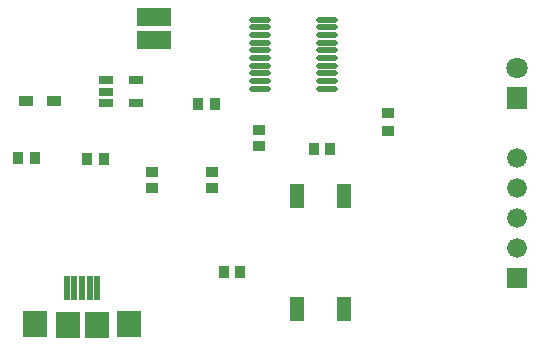
<source format=gts>
G04 Layer: TopSolderMaskLayer*
G04 EasyEDA v6.5.43, 2024-08-15 17:33:17*
G04 cb6e2e9fbd21486d88ae5690d2d3dc00,10*
G04 Gerber Generator version 0.2*
G04 Scale: 100 percent, Rotated: No, Reflected: No *
G04 Dimensions in millimeters *
G04 leading zeros omitted , absolute positions ,4 integer and 5 decimal *
%FSLAX45Y45*%
%MOMM*%

%AMMACRO1*4,1,8,-0.4211,-0.5009,-0.4509,-0.4709,-0.4509,0.4712,-0.4211,0.5009,0.4209,0.5009,0.4509,0.4712,0.4509,-0.4709,0.4209,-0.5009,-0.4211,-0.5009,0*%
%AMMACRO2*4,1,8,-0.4712,-0.4508,-0.5009,-0.4209,-0.5009,0.4211,-0.4712,0.4508,0.4709,0.4508,0.5009,0.4211,0.5009,-0.4209,0.4709,-0.4508,-0.4712,-0.4508,0*%
%AMMACRO3*4,1,8,-0.4211,-0.5009,-0.4508,-0.4709,-0.4508,0.4712,-0.4211,0.5009,0.4209,0.5009,0.4508,0.4712,0.4508,-0.4709,0.4209,-0.5009,-0.4211,-0.5009,0*%
%AMMACRO4*4,1,8,-0.5211,-0.4257,-0.5508,-0.3957,-0.5508,0.396,-0.5211,0.4257,0.5208,0.4257,0.5508,0.396,0.5508,-0.3957,0.5208,-0.4257,-0.5211,-0.4257,0*%
%AMMACRO5*4,1,8,-0.5711,-0.3508,-0.6008,-0.3208,-0.6008,0.3211,-0.5711,0.3508,0.5709,0.3508,0.6008,0.3211,0.6008,-0.3208,0.5709,-0.3508,-0.5711,-0.3508,0*%
%AMMACRO6*4,1,8,-1.3711,-0.8009,-1.4008,-0.7709,-1.4008,0.7711,-1.3711,0.8009,1.3708,0.8009,1.4008,0.7711,1.4008,-0.7709,1.3708,-0.8009,-1.3711,-0.8009,0*%
%AMMACRO7*4,1,8,-0.5211,-1.0508,-0.5508,-1.0208,-0.5508,1.0211,-0.5211,1.0508,0.5208,1.0508,0.5508,1.0211,0.5508,-1.0208,0.5208,-1.0508,-0.5211,-1.0508,0*%
%AMMACRO8*4,1,8,-0.2461,-1.0508,-0.2758,-1.0208,-0.2758,1.0211,-0.2461,1.0508,0.2459,1.0508,0.2758,1.0211,0.2758,-1.0208,0.2459,-1.0508,-0.2461,-1.0508,0*%
%AMMACRO9*4,1,8,-0.971,-1.1008,-1.0008,-1.0709,-1.0008,1.0711,-0.971,1.1008,0.9708,1.1008,1.0008,1.0711,1.0008,-1.0709,0.9708,-1.1008,-0.971,-1.1008,0*%
%AMMACRO10*4,1,8,-0.4531,-0.454,-0.4829,-0.4241,-0.4829,0.4243,-0.4531,0.454,0.4529,0.454,0.4829,0.4243,0.4829,-0.4241,0.4529,-0.454,-0.4531,-0.454,0*%
%AMMACRO11*4,1,8,-0.8085,-0.8382,-0.8382,-0.8082,-0.8382,0.8085,-0.8085,0.8382,0.8082,0.8382,0.8382,0.8085,0.8382,-0.8082,0.8082,-0.8382,-0.8085,-0.8382,0*%
%AMMACRO12*4,1,8,-0.8085,-0.9007,-0.8382,-0.8707,-0.8382,0.871,-0.8085,0.9007,0.8082,0.9007,0.8382,0.871,0.8382,-0.8707,0.8082,-0.9007,-0.8085,-0.9007,0*%
%ADD10O,1.8436082X0.4656074*%
%ADD11MACRO1*%
%ADD12MACRO2*%
%ADD13MACRO3*%
%ADD14MACRO4*%
%ADD15MACRO5*%
%ADD16MACRO6*%
%ADD17MACRO7*%
%ADD18MACRO8*%
%ADD19MACRO9*%
%ADD20MACRO10*%
%ADD21C,1.6764*%
%ADD22MACRO11*%
%ADD23MACRO12*%
%ADD24C,1.8016*%

%LPD*%
D10*
G01*
X2646603Y279806D03*
G01*
X2646603Y214807D03*
G01*
X2646603Y149809D03*
G01*
X2646603Y84810D03*
G01*
X2646603Y19786D03*
G01*
X2646603Y-45212D03*
G01*
X2646603Y-110210D03*
G01*
X2646603Y-175209D03*
G01*
X2646603Y-240207D03*
G01*
X2646603Y-305206D03*
G01*
X3220796Y279806D03*
G01*
X3220796Y214807D03*
G01*
X3220796Y149809D03*
G01*
X3220796Y84810D03*
G01*
X3220796Y19786D03*
G01*
X3220796Y-45212D03*
G01*
X3220796Y-110210D03*
G01*
X3220796Y-175209D03*
G01*
X3220796Y-240207D03*
G01*
X3220796Y-305206D03*
D11*
G01*
X3245002Y-812800D03*
G01*
X3104997Y-812800D03*
D12*
G01*
X2641600Y-793902D03*
G01*
X2641600Y-653897D03*
G01*
X1739900Y-1149502D03*
G01*
X1739900Y-1009497D03*
G01*
X2247900Y-1009497D03*
G01*
X2247900Y-1149502D03*
D13*
G01*
X603097Y-889000D03*
G01*
X743102Y-889000D03*
G01*
X1187297Y-901700D03*
G01*
X1327302Y-901700D03*
D11*
G01*
X2127097Y-431800D03*
G01*
X2267102Y-431800D03*
D14*
G01*
X670140Y-406400D03*
G01*
X904659Y-406400D03*
D15*
G01*
X1603209Y-235203D03*
G01*
X1603209Y-425196D03*
G01*
X1343190Y-425196D03*
G01*
X1343190Y-330200D03*
G01*
X1343190Y-235203D03*
D16*
G01*
X1752600Y108203D03*
G01*
X1752600Y298196D03*
D17*
G01*
X2967291Y-2169109D03*
G01*
X2967291Y-1209090D03*
G01*
X3357308Y-2169109D03*
G01*
X3357308Y-1209090D03*
D18*
G01*
X1273022Y-1992807D03*
G01*
X1207998Y-1992807D03*
G01*
X1142974Y-1992807D03*
G01*
X1077950Y-1992807D03*
G01*
X1012926Y-1992807D03*
D19*
G01*
X1542999Y-2299817D03*
G01*
X743000Y-2299817D03*
G01*
X1022019Y-2301341D03*
G01*
X1273987Y-2303297D03*
D11*
G01*
X2483002Y-1854200D03*
G01*
X2342997Y-1854200D03*
D20*
G01*
X3733800Y-659523D03*
G01*
X3733800Y-508876D03*
D21*
G01*
X4826000Y-889000D03*
G01*
X4826000Y-1143000D03*
G01*
X4826000Y-1397000D03*
G01*
X4826000Y-1651000D03*
D22*
G01*
X4826000Y-1905000D03*
D23*
G01*
X4826000Y-381000D03*
D24*
G01*
X4826000Y-127000D03*
M02*

</source>
